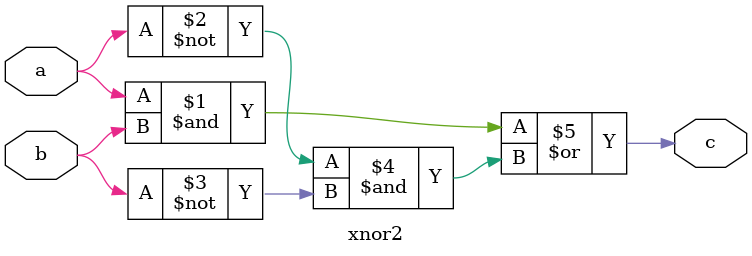
<source format=v>
module xnor2(c, a, b);
input a,b;
output c;
assign c=(a&b)|((~a)&(~b));
endmodule
</source>
